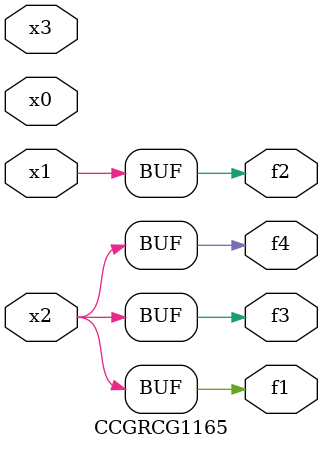
<source format=v>
module CCGRCG1165(
	input x0, x1, x2, x3,
	output f1, f2, f3, f4
);
	assign f1 = x2;
	assign f2 = x1;
	assign f3 = x2;
	assign f4 = x2;
endmodule

</source>
